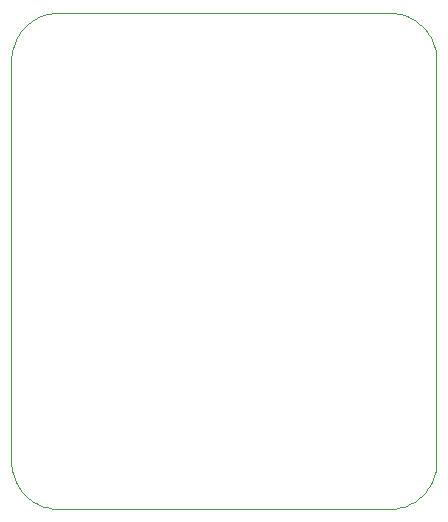
<source format=gko>
G04*
G04 #@! TF.GenerationSoftware,Altium Limited,CircuitStudio,1.5.2 (30)*
G04*
G04 Layer_Color=16720538*
%FSLAX25Y25*%
%MOIN*%
G70*
G01*
G75*
%ADD96C,0.00394*%
D96*
X0Y15748D02*
X31Y14759D01*
X124Y13774D01*
X279Y12797D01*
X495Y11832D01*
X771Y10882D01*
X1106Y9951D01*
X1499Y9043D01*
X1948Y8161D01*
X2451Y7310D01*
X3008Y6492D01*
X3614Y5710D01*
X4268Y4968D01*
X4968Y4268D01*
X5710Y3614D01*
X6492Y3008D01*
X7310Y2451D01*
X8161Y1948D01*
X9043Y1499D01*
X9951Y1106D01*
X10882Y771D01*
X11832Y495D01*
X12797Y279D01*
X13774Y124D01*
X14759Y31D01*
X15748Y0D01*
X125984D02*
X126973Y31D01*
X127958Y124D01*
X128935Y279D01*
X129901Y495D01*
X130851Y771D01*
X131781Y1106D01*
X132689Y1499D01*
X133571Y1948D01*
X134423Y2451D01*
X135241Y3008D01*
X136022Y3614D01*
X136765Y4268D01*
X137464Y4968D01*
X138118Y5710D01*
X138725Y6492D01*
X139281Y7310D01*
X139784Y8161D01*
X140234Y9043D01*
X140626Y9951D01*
X140962Y10882D01*
X141237Y11832D01*
X141453Y12797D01*
X141608Y13774D01*
X141701Y14759D01*
X141732Y15748D01*
Y149606D02*
X141701Y150595D01*
X141608Y151580D01*
X141453Y152557D01*
X141237Y153523D01*
X140962Y154473D01*
X140626Y155403D01*
X140234Y156312D01*
X139784Y157193D01*
X139281Y158045D01*
X138725Y158863D01*
X138118Y159644D01*
X137464Y160387D01*
X136765Y161086D01*
X136022Y161740D01*
X135241Y162347D01*
X134423Y162903D01*
X133571Y163406D01*
X132689Y163856D01*
X131781Y164249D01*
X130851Y164584D01*
X129901Y164860D01*
X128935Y165075D01*
X127958Y165230D01*
X126973Y165323D01*
X125984Y165354D01*
X15748D02*
X14759Y165323D01*
X13774Y165230D01*
X12797Y165075D01*
X11832Y164860D01*
X10882Y164584D01*
X9951Y164249D01*
X9043Y163856D01*
X8161Y163406D01*
X7310Y162903D01*
X6492Y162347D01*
X5710Y161740D01*
X4968Y161086D01*
X4268Y160387D01*
X3614Y159644D01*
X3008Y158863D01*
X2451Y158045D01*
X1948Y157193D01*
X1499Y156312D01*
X1106Y155403D01*
X771Y154473D01*
X495Y153523D01*
X279Y152557D01*
X124Y151580D01*
X31Y150595D01*
X0Y149606D01*
X15748Y0D02*
X125984D01*
X141732Y15748D02*
Y149606D01*
X15748Y165354D02*
X125984D01*
X0Y15748D02*
Y149606D01*
M02*

</source>
